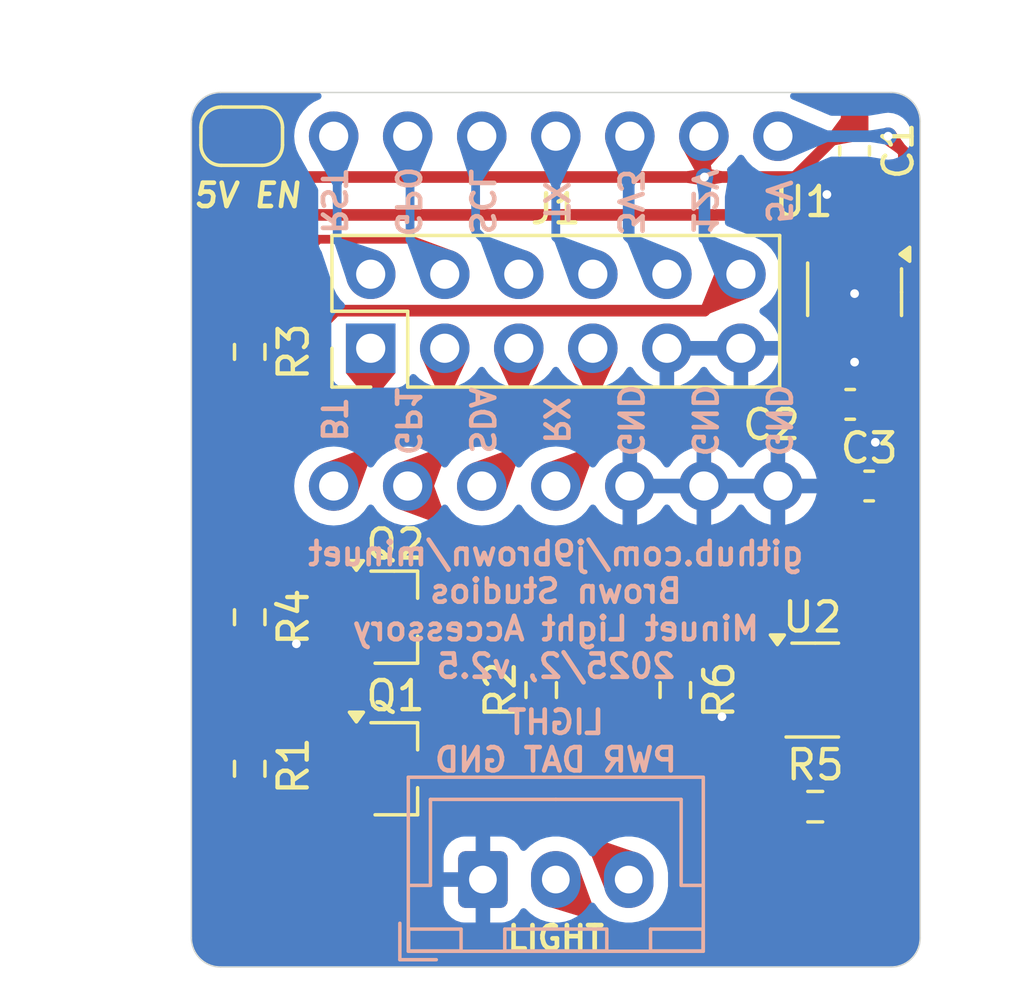
<source format=kicad_pcb>
(kicad_pcb (version 20240108) (generator "pcbnew") (generator_version "8.0")
  (layers (0 "F.Cu" signal) (31 "B.Cu" signal) (34 "B.Paste" user) (35 "F.Paste" user) (36 "B.SilkS" user "B.Silkscreen") (37 "F.SilkS" user "F.Silkscreen") (38 "B.Mask" user) (39 "F.Mask" user) (44 "Edge.Cuts" user))
  (net 0 "")
  (net 1 "+12V")
  (net 2 "GND")
  (net 3 "+5V")
  (net 4 "UART_RXD")
  (net 5 "RESET")
  (net 6 "+3.3V")
  (net 7 "SDA")
  (net 8 "GPIO1")
  (net 9 "SCL")
  (net 10 "UART_TXD")
  (net 11 "BOOT")
  (net 12 "GPIO0")
  (net 13 "Net-(U1-BP)")
  (net 14 "/LOAD")
  (net 15 "Net-(Q1-G)")
  (net 16 "Net-(Q2-B)")
  (net 17 "/DATA")
  (net 18 "Net-(Q2-C)")
  (net 19 "Net-(R5-Pad2)")
  (net 21 "Net-(JP1-A)")
  (footprint "Package_TO_SOT_SMD:SOT-23_Handsoldering" (layer "F.Cu") (at 107 123.2)
    (property "Reference" "Q1" (at 0 -2.5 0) (layer "F.SilkS"))
    (property "Value" "DMG2301L")
    (fp_line (start -0.04 -1.58) (end -0.84 -1.58) (stroke (width 0.12)) (layer "F.SilkS"))
    (fp_line (start -0.04 -1.58) (end 0.76 -1.58) (stroke (width 0.12)) (layer "F.SilkS"))
    (fp_line (start 0.76 -1.58) (end 0.76 -0.65) (stroke (width 0.12)) (layer "F.SilkS"))
    (fp_line (start 0.76 1.58) (end -0.7 1.58) (stroke (width 0.12)) (layer "F.SilkS"))
    (fp_line (start 0.76 1.58) (end 0.76 0.65) (stroke (width 0.12)) (layer "F.SilkS"))
    (fp_poly (pts (xy -1.34 -1.61) (xy -1.58 -1.94) (xy -1.1 -1.94) (xy -1.34 -1.61)) (stroke (width 0.12)) (fill solid) (layer "F.SilkS"))
    (pad "1" smd roundrect (at -1.5 -0.95) (size 1.9 0.8) (layers "F.Cu" "F.Paste" "F.Mask") (net 15 "Net-(Q1-G)"))
    (pad "2" smd roundrect (at -1.5 0.95) (size 1.9 0.8) (layers "F.Cu" "F.Paste" "F.Mask") (net 1 "+12V"))
    (pad "3" smd roundrect (at 1.5 0) (size 1.9 0.8) (layers "F.Cu" "F.Paste" "F.Mask") (net 14 "/LOAD"))
  )
  (footprint "Connector_PinHeader_2.54mm:PinHeader_2x06_P2.54mm_Vertical" (layer "F.Cu") (at 106.15 108.775 90)
    (property "Reference" "J1" (at 4.775 6.35 180) (layer "F.SilkS"))
    (property "Value" "PH2-12-UA")
    (fp_line (start 3.87 -1.33) (end 3.87 14.03) (stroke (width 0.12)) (layer "F.SilkS"))
    (fp_line (start 1.27 -1.33) (end 3.87 -1.33) (stroke (width 0.12)) (layer "F.SilkS"))
    (fp_line (start -1.33 -1.33) (end 0 -1.33) (stroke (width 0.12)) (layer "F.SilkS"))
    (fp_line (start -1.33 0) (end -1.33 -1.33) (stroke (width 0.12)) (layer "F.SilkS"))
    (fp_line (start 1.27 1.27) (end 1.27 -1.33) (stroke (width 0.12)) (layer "F.SilkS"))
    (fp_line (start -1.33 1.27) (end 1.27 1.27) (stroke (width 0.12)) (layer "F.SilkS"))
    (fp_line (start -1.33 1.27) (end -1.33 14.03) (stroke (width 0.12)) (layer "F.SilkS"))
    (fp_line (start -1.33 14.03) (end 3.87 14.03) (stroke (width 0.12)) (layer "F.SilkS"))
    (pad "1" thru_hole rect (at 0 0 90) (size 1.7 1.7) (drill 1) (layers "*.Cu" "*.Mask") (net 11 "BOOT"))
    (pad "2" thru_hole oval (at 2.54 0 90) (size 1.7 1.7) (drill 1) (layers "*.Cu" "*.Mask") (net 5 "RESET"))
    (pad "3" thru_hole oval (at 0 2.54 90) (size 1.7 1.7) (drill 1) (layers "*.Cu" "*.Mask") (net 8 "GPIO1"))
    (pad "4" thru_hole oval (at 2.54 2.54 90) (size 1.7 1.7) (drill 1) (layers "*.Cu" "*.Mask") (net 12 "GPIO0"))
    (pad "5" thru_hole oval (at 0 5.08 90) (size 1.7 1.7) (drill 1) (layers "*.Cu" "*.Mask") (net 7 "SDA"))
    (pad "6" thru_hole oval (at 2.54 5.08 90) (size 1.7 1.7) (drill 1) (layers "*.Cu" "*.Mask") (net 9 "SCL"))
    (pad "7" thru_hole oval (at 0 7.62 90) (size 1.7 1.7) (drill 1) (layers "*.Cu" "*.Mask") (net 4 "UART_RXD"))
    (pad "8" thru_hole oval (at 2.54 7.62 90) (size 1.7 1.7) (drill 1) (layers "*.Cu" "*.Mask") (net 10 "UART_TXD"))
    (pad "9" thru_hole oval (at 0 10.16 90) (size 1.7 1.7) (drill 1) (layers "*.Cu" "*.Mask") (net 2 "GND"))
    (pad "10" thru_hole oval (at 2.54 10.16 90) (size 1.7 1.7) (drill 1) (layers "*.Cu" "*.Mask") (net 6 "+3.3V"))
    (pad "11" thru_hole oval (at 0 12.7 90) (size 1.7 1.7) (drill 1) (layers "*.Cu" "*.Mask") (net 2 "GND"))
    (pad "12" thru_hole oval (at 2.54 12.7 90) (size 1.7 1.7) (drill 1) (layers "*.Cu" "*.Mask") (net 1 "+12V"))
  )
  (footprint "Resistor_SMD:R_0603_1608Metric_Pad0.98x0.95mm_HandSolder" (layer "F.Cu") (at 116.6 120.5 90)
    (property "Reference" "R6" (at 0 1.5 90) (layer "F.SilkS"))
    (property "Value" "100K")
    (fp_line (start -0.254724 -0.5225) (end 0.254724 -0.5225) (stroke (width 0.12)) (layer "F.SilkS"))
    (fp_line (start -0.254724 0.5225) (end 0.254724 0.5225) (stroke (width 0.12)) (layer "F.SilkS"))
    (pad "1" smd roundrect (at -0.9125 0 90) (size 0.975 0.95) (layers "F.Cu" "F.Paste" "F.Mask") (net 2 "GND"))
    (pad "2" smd roundrect (at 0.9125 0 90) (size 0.975 0.95) (layers "F.Cu" "F.Paste" "F.Mask") (net 8 "GPIO1"))
  )
  (footprint "Package_TO_SOT_SMD:SOT-23-5_HandSoldering" (layer "F.Cu") (at 121.3 120.5)
    (property "Reference" "U2" (at 0 -2.5 0) (layer "F.SilkS"))
    (property "Value" "SN74LVC1G17DBVR")
    (fp_line (start -0.9 1.61) (end 0.9 1.61) (stroke (width 0.12)) (layer "F.SilkS"))
    (fp_line (start 0.1 -1.61) (end -0.7 -1.61) (stroke (width 0.12)) (layer "F.SilkS"))
    (fp_line (start 0.1 -1.61) (end 0.9 -1.61) (stroke (width 0.12)) (layer "F.SilkS"))
    (fp_poly (pts (xy -1.2 -1.56) (xy -1.44 -1.89) (xy -0.96 -1.89) (xy -1.2 -1.56)) (stroke (width 0.12)) (fill solid) (layer "F.SilkS"))
    (pad "1" smd roundrect (at -1.35 -0.95) (size 1.56 0.65) (layers "F.Cu" "F.Paste" "F.Mask"))
    (pad "2" smd roundrect (at -1.35 0) (size 1.56 0.65) (layers "F.Cu" "F.Paste" "F.Mask") (net 8 "GPIO1"))
    (pad "3" smd roundrect (at -1.35 0.95) (size 1.56 0.65) (layers "F.Cu" "F.Paste" "F.Mask") (net 2 "GND"))
    (pad "4" smd roundrect (at 1.35 0.95) (size 1.56 0.65) (layers "F.Cu" "F.Paste" "F.Mask") (net 19 "Net-(R5-Pad2)"))
    (pad "5" smd roundrect (at 1.35 -0.95) (size 1.56 0.65) (layers "F.Cu" "F.Paste" "F.Mask") (net 3 "+5V"))
  )
  (footprint "Jumper:SolderJumper-2_P1.3mm_Bridged_RoundedPad1.0x1.5mm" (layer "F.Cu") (at 101.724999 101.5)
    (property "Reference" "JP1" (hide yes))
    (property "Value" "SolderJumper_2_Open")
    (fp_poly (pts (xy 0.25 -0.3) (xy -0.25 -0.3) (xy -0.25 0.3) (xy 0.25 0.3)) (fill solid) (layer "F.Cu"))
    (fp_line (start -1.4 0.3) (end -1.4 -0.3) (stroke (width 0.12)) (layer "F.SilkS"))
    (fp_line (start -0.7 -1) (end 0.7 -1) (stroke (width 0.12)) (layer "F.SilkS"))
    (fp_line (start 0.7 1) (end -0.7 1) (stroke (width 0.12)) (layer "F.SilkS"))
    (fp_line (start 1.4 -0.3) (end 1.4 0.3) (stroke (width 0.12)) (layer "F.SilkS"))
    (fp_arc (start -1.4 -0.3) (mid -1.194975 -0.794975) (end -0.7 -1) (stroke (width 0.12)) (layer "F.SilkS"))
    (fp_arc (start -0.7 1) (mid -1.194975 0.794975) (end -1.4 0.3) (stroke (width 0.12)) (layer "F.SilkS"))
    (fp_arc (start 0.7 -1) (mid 1.194975 -0.794975) (end 1.4 -0.3) (stroke (width 0.12)) (layer "F.SilkS"))
    (fp_arc (start 1.4 0.3) (mid 1.194975 0.794975) (end 0.7 1) (stroke (width 0.12)) (layer "F.SilkS"))
    (pad "1" smd custom (at -0.65 0) (size 1 0.5) (layers "F.Cu" "F.Mask") (net 21 "Net-(JP1-A)") (options (clearance outline) (anchor rect)) (primitives (gr_circle (center 0 0.25) (end 0.5 0.25) (width 0) (fill yes)) (gr_circle (center 0 -0.25) (end 0.5 -0.25) (width 0) (fill yes)) (gr_poly (pts (xy 0.5 0.75) (xy 0 0.75) (xy 0 -0.75) (xy 0.5 -0.75)) (width 0) (fill yes))))
    (pad "2" smd custom (at 0.65 0) (size 1 0.5) (layers "F.Cu" "F.Mask") (net 1 "+12V") (options (clearance outline) (anchor rect)) (primitives (gr_circle (center 0 0.25) (end 0.5 0.25) (width 0) (fill yes)) (gr_circle (center 0 -0.25) (end 0.5 -0.25) (width 0) (fill yes)) (gr_poly (pts (xy 0 0.75) (xy -0.5 0.75) (xy -0.5 -0.75) (xy 0 -0.75)) (width 0) (fill yes))))
  )
  (footprint "Capacitor_SMD:C_0603_1608Metric_Pad1.08x0.95mm_HandSolder" (layer "F.Cu") (at 123.25 113.5)
    (property "Reference" "C3" (at 0 -1.3 0) (layer "F.SilkS"))
    (property "Value" "2.2u")
    (fp_line (start -0.146267 -0.51) (end 0.146267 -0.51) (stroke (width 0.12)) (layer "F.SilkS"))
    (fp_line (start -0.146267 0.51) (end 0.146267 0.51) (stroke (width 0.12)) (layer "F.SilkS"))
    (pad "1" smd roundrect (at -0.8625 0) (size 1.075 0.95) (layers "F.Cu" "F.Paste" "F.Mask") (net 2 "GND"))
    (pad "2" smd roundrect (at 0.8625 0) (size 1.075 0.95) (layers "F.Cu" "F.Paste" "F.Mask") (net 3 "+5V"))
  )
  (footprint "Resistor_SMD:R_0603_1608Metric_Pad0.98x0.95mm_HandSolder" (layer "F.Cu") (at 102 123.2 90)
    (property "Reference" "R1" (at 0.1 1.5 90) (layer "F.SilkS"))
    (property "Value" "10K")
    (fp_line (start -0.254724 -0.5225) (end 0.254724 -0.5225) (stroke (width 0.12)) (layer "F.SilkS"))
    (fp_line (start -0.254724 0.5225) (end 0.254724 0.5225) (stroke (width 0.12)) (layer "F.SilkS"))
    (pad "1" smd roundrect (at -0.9125 0 90) (size 0.975 0.95) (layers "F.Cu" "F.Paste" "F.Mask") (net 1 "+12V"))
    (pad "2" smd roundrect (at 0.9125 0 90) (size 0.975 0.95) (layers "F.Cu" "F.Paste" "F.Mask") (net 15 "Net-(Q1-G)"))
  )
  (footprint "Capacitor_SMD:C_0603_1608Metric_Pad1.08x0.95mm_HandSolder" (layer "F.Cu") (at 122.6 110.7 180)
    (property "Reference" "C2" (at 2.7 -0.7 0) (layer "F.SilkS"))
    (property "Value" "10n")
    (fp_line (start -0.146267 0.51) (end 0.146267 0.51) (stroke (width 0.12)) (layer "F.SilkS"))
    (fp_line (start -0.146267 -0.51) (end 0.146267 -0.51) (stroke (width 0.12)) (layer "F.SilkS"))
    (pad "1" smd roundrect (at -0.8625 0 180) (size 1.075 0.95) (layers "F.Cu" "F.Paste" "F.Mask") (net 2 "GND"))
    (pad "2" smd roundrect (at 0.8625 0 180) (size 1.075 0.95) (layers "F.Cu" "F.Paste" "F.Mask") (net 13 "Net-(U1-BP)"))
  )
  (footprint "Package_TO_SOT_SMD:SOT-23-5_HandSoldering" (layer "F.Cu") (at 122.75 106.75 -90)
    (property "Reference" "U1" (at -3 1.75 180) (layer "F.SilkS"))
    (property "Value" "LP2985-50DBVR")
    (fp_line (start -0.9 1.61) (end 0.9 1.61) (stroke (width 0.12)) (layer "F.SilkS"))
    (fp_line (start 0.1 -1.61) (end -0.7 -1.61) (stroke (width 0.12)) (layer "F.SilkS"))
    (fp_line (start 0.1 -1.61) (end 0.9 -1.61) (stroke (width 0.12)) (layer "F.SilkS"))
    (fp_poly (pts (xy -1.2 -1.56) (xy -1.44 -1.89) (xy -0.96 -1.89) (xy -1.2 -1.56)) (stroke (width 0.12)) (fill solid) (layer "F.SilkS"))
    (pad "1" smd roundrect (at -1.35 -0.95 270) (size 1.56 0.65) (layers "F.Cu" "F.Paste" "F.Mask") (net 21 "Net-(JP1-A)"))
    (pad "2" smd roundrect (at -1.35 0 270) (size 1.56 0.65) (layers "F.Cu" "F.Paste" "F.Mask") (net 2 "GND"))
    (pad "3" smd roundrect (at -1.35 0.95 270) (size 1.56 0.65) (layers "F.Cu" "F.Paste" "F.Mask") (net 21 "Net-(JP1-A)"))
    (pad "4" smd roundrect (at 1.35 0.95 270) (size 1.56 0.65) (layers "F.Cu" "F.Paste" "F.Mask") (net 13 "Net-(U1-BP)"))
    (pad "5" smd roundrect (at 1.35 -0.95 270) (size 1.56 0.65) (layers "F.Cu" "F.Paste" "F.Mask") (net 3 "+5V"))
  )
  (footprint "Package_TO_SOT_SMD:SOT-23_Handsoldering" (layer "F.Cu") (at 107 118)
    (property "Reference" "Q2" (at 0 -2.5 0) (layer "F.SilkS"))
    (property "Value" "MMBT3904")
    (fp_line (start -0.04 -1.58) (end -0.84 -1.58) (stroke (width 0.12)) (layer "F.SilkS"))
    (fp_line (start -0.04 -1.58) (end 0.76 -1.58) (stroke (width 0.12)) (layer "F.SilkS"))
    (fp_line (start 0.76 -1.58) (end 0.76 -0.65) (stroke (width 0.12)) (layer "F.SilkS"))
    (fp_line (start 0.76 1.58) (end -0.7 1.58) (stroke (width 0.12)) (layer "F.SilkS"))
    (fp_line (start 0.76 1.58) (end 0.76 0.65) (stroke (width 0.12)) (layer "F.SilkS"))
    (fp_poly (pts (xy -1.34 -1.61) (xy -1.58 -1.94) (xy -1.1 -1.94) (xy -1.34 -1.61)) (stroke (width 0.12)) (fill solid) (layer "F.SilkS"))
    (pad "1" smd roundrect (at -1.5 -0.95) (size 1.9 0.8) (layers "F.Cu" "F.Paste" "F.Mask") (net 16 "Net-(Q2-B)"))
    (pad "2" smd roundrect (at -1.5 0.95) (size 1.9 0.8) (layers "F.Cu" "F.Paste" "F.Mask") (net 2 "GND"))
    (pad "3" smd roundrect (at 1.5 0) (size 1.9 0.8) (layers "F.Cu" "F.Paste" "F.Mask") (net 18 "Net-(Q2-C)"))
  )
  (footprint "Resistor_SMD:R_0603_1608Metric_Pad0.98x0.95mm_HandSolder" (layer "F.Cu") (at 102 108.9 90)
    (property "Reference" "R3" (at 0 1.5 90) (layer "F.SilkS"))
    (property "Value" "1K")
    (fp_line (start -0.254724 -0.5225) (end 0.254724 -0.5225) (stroke (width 0.12)) (layer "F.SilkS"))
    (fp_line (start -0.254724 0.5225) (end 0.254724 0.5225) (stroke (width 0.12)) (layer "F.SilkS"))
    (pad "1" smd roundrect (at -0.9125 0 90) (size 0.975 0.95) (layers "F.Cu" "F.Paste" "F.Mask") (net 16 "Net-(Q2-B)"))
    (pad "2" smd roundrect (at 0.9125 0 90) (size 0.975 0.95) (layers "F.Cu" "F.Paste" "F.Mask") (net 12 "GPIO0"))
  )
  (footprint "Resistor_SMD:R_0603_1608Metric_Pad0.98x0.95mm_HandSolder" (layer "F.Cu") (at 102 118 90)
    (property "Reference" "R4" (at 0 1.5 90) (layer "F.SilkS"))
    (property "Value" "100K")
    (fp_line (start -0.254724 -0.5225) (end 0.254724 -0.5225) (stroke (width 0.12)) (layer "F.SilkS"))
    (fp_line (start -0.254724 0.5225) (end 0.254724 0.5225) (stroke (width 0.12)) (layer "F.SilkS"))
    (pad "1" smd roundrect (at -0.9125 0 90) (size 0.975 0.95) (layers "F.Cu" "F.Paste" "F.Mask") (net 2 "GND"))
    (pad "2" smd roundrect (at 0.9125 0 90) (size 0.975 0.95) (layers "F.Cu" "F.Paste" "F.Mask") (net 16 "Net-(Q2-B)"))
  )
  (footprint "Capacitor_SMD:C_0603_1608Metric_Pad1.08x0.95mm_HandSolder" (layer "F.Cu") (at 122.75 102 -90)
    (property "Reference" "C1" (at 0 -1.5 90) (layer "F.SilkS"))
    (property "Value" "1u")
    (fp_line (start -0.146267 0.51) (end 0.146267 0.51) (stroke (width 0.12)) (layer "F.SilkS"))
    (fp_line (start -0.146267 -0.51) (end 0.146267 -0.51) (stroke (width 0.12)) (layer "F.SilkS"))
    (pad "1" smd roundrect (at -0.8625 0 270) (size 1.075 0.95) (layers "F.Cu" "F.Paste" "F.Mask") (net 1 "+12V"))
    (pad "2" smd roundrect (at 0.8625 0 270) (size 1.075 0.95) (layers "F.Cu" "F.Paste" "F.Mask") (net 2 "GND"))
  )
  (footprint "Resistor_SMD:R_0603_1608Metric_Pad0.98x0.95mm_HandSolder" (layer "F.Cu") (at 112 120.5 -90)
    (property "Reference" "R2" (at 0 1.4 90) (layer "F.SilkS"))
    (property "Value" "10K")
    (fp_line (start -0.254724 0.5225) (end 0.254724 0.5225) (stroke (width 0.12)) (layer "F.SilkS"))
    (fp_line (start -0.254724 -0.5225) (end 0.254724 -0.5225) (stroke (width 0.12)) (layer "F.SilkS"))
    (pad "1" smd roundrect (at -0.9125 0 270) (size 0.975 0.95) (layers "F.Cu" "F.Paste" "F.Mask") (net 18 "Net-(Q2-C)"))
    (pad "2" smd roundrect (at 0.9125 0 270) (size 0.975 0.95) (layers "F.Cu" "F.Paste" "F.Mask") (net 15 "Net-(Q1-G)"))
  )
  (footprint "Resistor_SMD:R_0603_1608Metric_Pad0.98x0.95mm_HandSolder" (layer "F.Cu") (at 121.4 124.5)
    (property "Reference" "R5" (at 0 -1.43 0) (layer "F.SilkS"))
    (property "Value" "33")
    (fp_line (start -0.254724 -0.5225) (end 0.254724 -0.5225) (stroke (width 0.12)) (layer "F.SilkS"))
    (fp_line (start -0.254724 0.5225) (end 0.254724 0.5225) (stroke (width 0.12)) (layer "F.SilkS"))
    (pad "1" smd roundrect (at -0.9125 0) (size 0.975 0.95) (layers "F.Cu" "F.Paste" "F.Mask") (net 17 "/DATA"))
    (pad "2" smd roundrect (at 0.9125 0) (size 0.975 0.95) (layers "F.Cu" "F.Paste" "F.Mask") (net 19 "Net-(R5-Pad2)"))
  )
  (footprint "Generic:Pins_1x07" (layer "B.Cu") (at 104.88 113.5 -90)
    (property "Reference" "J2" (hide yes))
    (property "Value" "Conn_01x07")
    (pad "1" thru_hole circle (at 0 0 270) (size 1.7 1.7) (drill 1) (layers "*.Cu" "*.Mask") (net 11 "BOOT"))
    (pad "2" thru_hole oval (at 0 -2.54 270) (size 1.7 1.7) (drill 1) (layers "*.Cu" "*.Mask") (net 8 "GPIO1"))
    (pad "3" thru_hole oval (at 0 -5.079999 270) (size 1.7 1.7) (drill 1) (layers "*.Cu" "*.Mask") (net 7 "SDA"))
    (pad "4" thru_hole oval (at 0 -7.62 270) (size 1.7 1.7) (drill 1) (layers "*.Cu" "*.Mask") (net 4 "UART_RXD"))
    (pad "5" thru_hole oval (at 0 -10.16 270) (size 1.7 1.7) (drill 1) (layers "*.Cu" "*.Mask") (net 2 "GND"))
    (pad "6" thru_hole oval (at 0 -12.7 270) (size 1.7 1.7) (drill 1) (layers "*.Cu" "*.Mask") (net 2 "GND"))
    (pad "7" thru_hole oval (at 0 -15.24 270) (size 1.7 1.7) (drill 1) (layers "*.Cu" "*.Mask") (net 2 "GND"))
  )
  (footprint "Connector_JST:JST_XH_B3B-XH-A_1x03_P2.50mm_Vertical" (layer "B.Cu") (at 110 127)
    (property "Reference" "J4" (hide yes))
    (property "Value" "B3B-XH-A")
    (fp_line (start -2.85 1.5) (end -2.85 2.75) (stroke (width 0.12)) (layer "B.SilkS"))
    (fp_line (start -2.85 2.75) (end -1.6 2.75) (stroke (width 0.12)) (layer "B.SilkS"))
    (fp_line (start -2.56 -3.51) (end -2.56 2.46) (stroke (width 0.12)) (layer "B.SilkS"))
    (fp_line (start -2.56 2.46) (end 7.56 2.46) (stroke (width 0.12)) (layer "B.SilkS"))
    (fp_line (start -2.55 1.7) (end -2.55 2.45) (stroke (width 0.12)) (layer "B.SilkS"))
    (fp_line (start -2.55 2.45) (end -0.75 2.45) (stroke (width 0.12)) (layer "B.SilkS"))
    (fp_line (start -1.8 -2.75) (end -1.8 0.2) (stroke (width 0.12)) (layer "B.SilkS"))
    (fp_line (start -1.8 0.2) (end -2.55 0.2) (stroke (width 0.12)) (layer "B.SilkS"))
    (fp_line (start -0.75 1.7) (end -2.55 1.7) (stroke (width 0.12)) (layer "B.SilkS"))
    (fp_line (start -0.75 2.45) (end -0.75 1.7) (stroke (width 0.12)) (layer "B.SilkS"))
    (fp_line (start 0.75 1.7) (end 0.75 2.45) (stroke (width 0.12)) (layer "B.SilkS"))
    (fp_line (start 0.75 2.45) (end 4.25 2.45) (stroke (width 0.12)) (layer "B.SilkS"))
    (fp_line (start 2.5 -2.75) (end -1.8 -2.75) (stroke (width 0.12)) (layer "B.SilkS"))
    (fp_line (start 2.5 -2.75) (end 6.8 -2.75) (stroke (width 0.12)) (layer "B.SilkS"))
    (fp_line (start 4.25 1.7) (end 0.75 1.7) (stroke (width 0.12)) (layer "B.SilkS"))
    (fp_line (start 4.25 2.45) (end 4.25 1.7) (stroke (width 0.12)) (layer "B.SilkS"))
    (fp_line (start 5.75 1.7) (end 5.75 2.45) (stroke (width 0.12)) (layer "B.SilkS"))
    (fp_line (start 5.75 2.45) (end 7.55 2.45) (stroke (width 0.12)) (layer "B.SilkS"))
    (fp_line (start 6.8 -2.75) (end 6.8 0.2) (stroke (width 0.12)) (layer "B.SilkS"))
    (fp_line (start 6.8 0.2) (end 7.55 0.2) (stroke (width 0.12)) (layer "B.SilkS"))
    (fp_line (start 7.55 1.7) (end 5.75 1.7) (stroke (width 0.12)) (layer "B.SilkS"))
    (fp_line (start 7.55 2.45) (end 7.55 1.7) (stroke (width 0.12)) (layer "B.SilkS"))
    (fp_line (start 7.56 -3.51) (end -2.56 -3.51) (stroke (width 0.12)) (layer "B.SilkS"))
    (fp_line (start 7.56 2.46) (end 7.56 -3.51) (stroke (width 0.12)) (layer "B.SilkS"))
    (pad "1" thru_hole roundrect (at 0 0) (size 1.7 1.95) (drill 0.95) (layers "*.Cu" "*.Mask") (roundrect_rratio 0.147059) (net 2 "GND"))
    (pad "2" thru_hole oval (at 2.5 0) (size 1.7 1.95) (drill 0.95) (layers "*.Cu" "*.Mask") (net 17 "/DATA"))
    (pad "3" thru_hole oval (at 5 0) (size 1.7 1.95) (drill 0.95) (layers "*.Cu" "*.Mask") (net 14 "/LOAD"))
  )
  (footprint "Generic:Pins_1x07" (layer "B.Cu") (at 104.88 101.5 -90)
    (property "Reference" "J3" (hide yes))
    (property "Value" "Conn_01x07")
    (pad "1" thru_hole circle (at 0 0 270) (size 1.7 1.7) (drill 1) (layers "*.Cu" "*.Mask") (net 5 "RESET"))
    (pad "2" thru_hole oval (at 0 -2.54 270) (size 1.7 1.7) (drill 1) (layers "*.Cu" "*.Mask") (net 12 "GPIO0"))
    (pad "3" thru_hole oval (at 0 -5.079999 270) (size 1.7 1.7) (drill 1) (layers "*.Cu" "*.Mask") (net 9 "SCL"))
    (pad "4" thru_hole oval (at 0 -7.62 270) (size 1.7 1.7) (drill 1) (layers "*.Cu" "*.Mask") (net 10 "UART_TXD"))
    (pad "5" thru_hole oval (at 0 -10.16 270) (size 1.7 1.7) (drill 1) (layers "*.Cu" "*.Mask") (net 6 "+3.3V"))
    (pad "6" thru_hole oval (at 0 -12.7 270) (size 1.7 1.7) (drill 1) (layers "*.Cu" "*.Mask") (net 1 "+12V"))
    (pad "7" thru_hole oval (at 0 -15.24 270) (size 1.7 1.7) (drill 1) (layers "*.Cu" "*.Mask") (net 3 "+5V"))
  )
  (gr_arc (start 125 129) (mid 124.707107 129.707107) (end 124 130) (stroke (width 0.05)) (layer "Edge.Cuts"))
  (gr_arc (start 101 130) (mid 100.292893 129.707107) (end 100 129) (stroke (width 0.05)) (layer "Edge.Cuts"))
  (gr_arc (start 124 100) (mid 124.707107 100.292893) (end 125 101) (stroke (width 0.05)) (layer "Edge.Cuts"))
  (gr_line (start 100 129) (end 100 101) (stroke (width 0.05)) (layer "Edge.Cuts"))
  (gr_line (start 124 130) (end 101 130) (stroke (width 0.05)) (layer "Edge.Cuts"))
  (gr_arc (start 100 101) (mid 100.292893 100.292893) (end 101 100) (stroke (width 0.05)) (layer "Edge.Cuts"))
  (gr_line (start 101 100) (end 124 100) (stroke (width 0.05)) (layer "Edge.Cuts"))
  (gr_line (start 125 101) (end 125 129) (stroke (width 0.05)) (layer "Edge.Cuts"))
  (gr_text "github.com/j9brown/minuet\nBrown Studios\nMinuet Light Accessory\n2025/2, v2.5" (at 112.5 117.75 0) (layer "B.SilkS") (effects (font (size 0.8 0.8) (thickness 0.16) (bold yes)) (justify mirror)))
  (gr_text "GND\n\nGND\n\nGND\n\nRX\n\nSDA\n\nGP1\n\nBT" (at 112.5 111.25 270) (layer "B.SilkS") (effects (font (size 0.79 0.8) (thickness 0.158) (bold yes)) (justify mirror)))
  (gr_text "5V\n\n12V\n\n3V3\n\nTX\n\nSCL\n\nGP0\n\nRST" (at 112.5 103.75 270) (layer "B.SilkS") (effects (font (size 0.79 0.8) (thickness 0.158) (bold yes)) (justify mirror)))
  (gr_text "LIGHT\nPWR DAT GND" (at 112.5 122.25 0) (layer "B.SilkS") (effects (font (size 0.8 0.8) (thickness 0.16) (bold yes)) (justify mirror)))
  (gr_text "LIGHT" (at 112.5 129 0) (layer "F.SilkS") (effects (font (size 0.8 0.8) (thickness 0.16) (bold yes))))
  (gr_text "5V EN" (at 100 104 0) (layer "F.SilkS") (effects (font (size 0.8 0.8) (thickness 0.16) (bold yes) (italic yes)) (justify left bottom)))
  (segment (start 117.58 101.5) (end 117.58 102.9) (width 0.4) (layer "F.Cu") (net 1))
  (segment (start 101.491858 108.875) (end 103.55 108.875) (width 0.4) (layer "F.Cu") (net 1))
  (segment (start 117.6 107.485) (end 118.85 106.235) (width 0.4) (layer "F.Cu") (net 1))
  (segment (start 102 124.1125) (end 105.4625 124.1125) (width 0.4) (layer "F.Cu") (net 1))
  (segment (start 100.7 122.8125) (end 100.7 109.666858) (width 0.4) (layer "F.Cu") (net 1))
  (segment (start 103.55 108.875) (end 104.94 107.485) (width 0.4) (layer "F.Cu") (net 1))
  (segment (start 102.374999 101.5) (end 102.374999 102.374999) (width 0.4) (layer "F.Cu") (net 1))
  (segment (start 102.9 102.9) (end 117.58 102.9) (width 0.4) (layer "F.Cu") (net 1))
  (segment (start 102.374999 102.374999) (end 102.9 102.9) (width 0.4) (layer "F.Cu") (net 1))
  (segment (start 100.7 109.666858) (end 101.491858 108.875) (width 0.4) (layer "F.Cu") (net 1))
  (segment (start 117.6 102.9) (end 117.58 102.9) (width 0.4) (layer "F.Cu") (net 1))
  (segment (start 122.75 101.1375) (end 122.46875 101.1375) (width 0.4) (layer "F.Cu") (net 1))
  (segment (start 120.70625 102.9) (end 117.6 102.9) (width 0.4) (layer "F.Cu") (net 1))
  (segment (start 102 124.1125) (end 100.7 122.8125) (width 0.4) (layer "F.Cu") (net 1))
  (segment (start 122.46875 101.1375) (end 120.70625 102.9) (width 0.4) (layer "F.Cu") (net 1))
  (segment (start 104.94 107.485) (end 117.6 107.485) (width 0.4) (layer "F.Cu") (net 1))
  (via (at 117.6 102.9) (size 0.6) (drill 0.3) (layers "F.Cu" "B.Cu") (net 1))
  (segment (start 117.6 102.9) (end 117.6 104.985) (width 0.4) (layer "B.Cu") (net 1))
  (segment (start 117.6 104.985) (end 118.85 106.235) (width 0.4) (layer "B.Cu") (net 1))
  (segment (start 102 118.9125) (end 103.6 118.9125) (width 0.4) (layer "F.Cu") (net 2))
  (segment (start 122.75 109.25) (end 122.75 106.9) (width 0.4) (layer "F.Cu") (net 2))
  (segment (start 103.6 118.9125) (end 105.4625 118.9125) (width 0.4) (layer "F.Cu") (net 2))
  (segment (start 122.75 109.9875) (end 123.4625 110.7) (width 0.4) (layer "F.Cu") (net 2))
  (segment (start 118.2 121.4125) (end 119.9125 121.4125) (width 0.4) (layer "F.Cu") (net 2))
  (segment (start 122.75 109.25) (end 122.75 109.9875) (width 0.4) (layer "F.Cu") (net 2))
  (segment (start 123.4625 112) (end 123.4625 112.425) (width 0.4) (layer "F.Cu") (net 2))
  (segment (start 122.75 102.8625) (end 122.4375 102.8625) (width 0.4) (layer "F.Cu") (net 2))
  (segment (start 122.4375 102.8625) (end 121.8 103.5) (width 0.4) (layer "F.Cu") (net 2))
  (segment (start 123.4625 112.425) (end 122.3875 113.5) (width 0.4) (layer "F.Cu") (net 2))
  (segment (start 123.4625 110.7) (end 123.4625 112) (width 0.4) (layer "F.Cu") (net 2))
  (segment (start 122.75 105.4) (end 122.75 106.9) (width 0.4) (layer "F.Cu") (net 2))
  (segment (start 116.6 121.4125) (end 118.2 121.4125) (width 0.4) (layer "F.Cu") (net 2))
  (via (at 103.6 118.9125) (size 0.6) (drill 0.3) (layers "F.Cu" "B.Cu") (net 2))
  (via (at 122.75 106.9) (size 0.6) (drill 0.3) (layers "F.Cu" "B.Cu") (net 2))
  (via (at 118.2 121.4125) (size 0.6) (drill 0.3) (layers "F.Cu" "B.Cu") (net 2))
  (via (at 122.75 109.25) (size 0.6) (drill 0.3) (layers "F.Cu" "B.Cu") (net 2))
  (via (at 123.4625 112) (size 0.6) (drill 0.3) (layers "F.Cu" "B.Cu") (net 2))
  (via (at 121.8 103.5) (size 0.6) (drill 0.3) (layers "F.Cu" "B.Cu") (net 2))
  (segment (start 124.44 108.1) (end 124.44 102.04001) (width 0.4) (layer "F.Cu") (net 3))
  (segment (start 122.65 119.55) (end 124.1125 118.0875) (width 0.4) (layer "F.Cu") (net 3))
  (segment (start 124.1125 118.0875) (end 124.1125 113.5) (width 0.4) (layer "F.Cu") (net 3))
  (segment (start 123.7 108.1) (end 124.44 108.1) (width 0.4) (layer "F.Cu") (net 3))
  (segment (start 124.44 113.1725) (end 124.1125 113.5) (width 0.4) (layer "F.Cu") (net 3))
  (segment (start 124.44 108.1) (end 124.44 113.1725) (width 0.4) (layer "F.Cu") (net 3))
  (segment (start 124.44 102.04001) (end 123.89999 101.5) (width 0.4) (layer "F.Cu") (net 3))
  (via (at 123.89999 101.5) (size 0.6) (drill 0.3) (layers "F.Cu" "B.Cu") (net 3))
  (segment (start 120.12 101.5) (end 123.89999 101.5) (width 0.4) (layer "B.Cu") (net 3))
  (segment (start 113.77 108.775) (end 113.77 112.23) (width 0.3) (layer "F.Cu") (net 4))
  (segment (start 113.77 112.23) (end 112.5 113.5) (width 0.3) (layer "F.Cu") (net 4))
  (segment (start 106.15 106.235) (end 105 105.085) (width 0.3) (layer "B.Cu") (net 5))
  (segment (start 105 105.085) (end 105 101.62) (width 0.3) (layer "B.Cu") (net 5))
  (segment (start 116.31 106.235) (end 115 104.925) (width 0.4) (layer "B.Cu") (net 6))
  (segment (start 115 104.925) (end 115 101.54) (width 0.4) (layer "B.Cu") (net 6))
  (segment (start 111.229999 108.775) (end 111.229999 112.23) (width 0.3) (layer "F.Cu") (net 7))
  (segment (start 111.229999 112.23) (end 109.959999 113.5) (width 0.3) (layer "F.Cu") (net 7))
  (segment (start 109.22 115.3) (end 112.3125 115.3) (width 0.3) (layer "F.Cu") (net 8))
  (segment (start 107.42 113.5) (end 109.22 115.3) (width 0.3) (layer "F.Cu") (net 8))
  (segment (start 108.69 108.775) (end 108.69 112.23) (width 0.3) (layer "F.Cu") (net 8))
  (segment (start 117.5125 120.5) (end 119.95 120.5) (width 0.3) (layer "F.Cu") (net 8))
  (segment (start 116.6 119.5875) (end 117.5125 120.5) (width 0.3) (layer "F.Cu") (net 8))
  (segment (start 112.3125 115.3) (end 116.6 119.5875) (width 0.3) (layer "F.Cu") (net 8))
  (segment (start 108.69 112.23) (end 107.42 113.5) (width 0.3) (layer "F.Cu") (net 8))
  (segment (start 111.23 106.235) (end 109.75 104.755) (width 0.3) (layer "B.Cu") (net 9))
  (segment (start 109.75 104.755) (end 109.75 101.709999) (width 0.3) (layer "B.Cu") (net 9))
  (segment (start 113.77 106.235) (end 112.5 104.965) (width 0.3) (layer "B.Cu") (net 10))
  (segment (start 112.5 104.965) (end 112.5 101.5) (width 0.3) (layer "B.Cu") (net 10))
  (segment (start 106.15 112.23) (end 104.88 113.5) (width 0.3) (layer "F.Cu") (net 11))
  (segment (start 106.15 108.775) (end 106.15 112.23) (width 0.3) (layer "F.Cu") (net 11))
  (segment (start 102 107.4) (end 102 107.9875) (width 0.3) (layer "F.Cu") (net 12))
  (segment (start 104.365 105.035) (end 102 107.4) (width 0.3) (layer "F.Cu") (net 12))
  (segment (start 108.69 106.235) (end 107.49 105.035) (width 0.3) (layer "F.Cu") (net 12))
  (segment (start 107.49 105.035) (end 104.365 105.035) (width 0.3) (layer "F.Cu") (net 12))
  (segment (start 108.69 106.235) (end 107.5 105.045) (width 0.3) (layer "B.Cu") (net 12))
  (segment (start 107.5 105.045) (end 107.5 101.58) (width 0.3) (layer "B.Cu") (net 12))
  (segment (start 121.8 108.1) (end 121.8 110.6375) (width 0.4) (layer "F.Cu") (net 13))
  (segment (start 115 127) (end 111.2 123.2) (width 0.4) (layer "F.Cu") (net 14))
  (segment (start 111.2 123.2) (end 108.5 123.2) (width 0.4) (layer "F.Cu") (net 14))
  (segment (start 106.3375 121.4125) (end 112 121.4125) (width 0.3) (layer "F.Cu") (net 15))
  (segment (start 102 122.2875) (end 105.4625 122.2875) (width 0.3) (layer "F.Cu") (net 15))
  (segment (start 105.5 122.25) (end 106.3375 121.4125) (width 0.3) (layer "F.Cu") (net 15))
  (segment (start 102 109.8125) (end 102 117.0875) (width 0.3) (layer "F.Cu") (net 16))
  (segment (start 102 117.0875) (end 105.4625 117.0875) (width 0.3) (layer "F.Cu") (net 16))
  (segment (start 112.5 127) (end 114.2 128.7) (width 0.3) (layer "F.Cu") (net 17))
  (segment (start 114.2 128.7) (end 115.9 128.7) (width 0.3) (layer "F.Cu") (net 17))
  (segment (start 120.4875 124.5) (end 120.1 124.5) (width 0.3) (layer "F.Cu") (net 17))
  (segment (start 120.1 124.5) (end 115.9 128.7) (width 0.3) (layer "F.Cu") (net 17))
  (segment (start 110.4125 118) (end 112 119.5875) (width 0.3) (layer "F.Cu") (net 18))
  (segment (start 108.5 118) (end 110.4125 118) (width 0.3) (layer "F.Cu") (net 18))
  (segment (start 122.65 121.45) (end 122.3125 121.7875) (width 0.3) (layer "F.Cu") (net 19))
  (segment (start 122.3125 121.7875) (end 122.3125 124.5) (width 0.3) (layer "F.Cu") (net 19))
  (segment (start 102.1 104.2) (end 121.8 104.2) (width 0.4) (layer "F.Cu") (net 21))
  (segment (start 123.7 105.4) (end 123.7 104.620001) (width 0.4) (layer "F.Cu") (net 21))
  (segment (start 123.279999 104.2) (end 121.8 104.2) (width 0.4) (layer "F.Cu") (net 21))
  (segment (start 121.8 105.4) (end 121.8 104.2) (width 0.4) (layer "F.Cu") (net 21))
  (segment (start 101.074999 101.5) (end 101.074999 103.174999) (width 0.4) (layer "F.Cu") (net 21))
  (segment (start 101.074999 103.174999) (end 102.1 104.2) (width 0.4) (layer "F.Cu") (net 21))
  (segment (start 123.7 104.620001) (end 123.279999 104.2) (width 0.4) (layer "F.Cu") (net 21))
  (zone (net 2) (net_name "GND") (layer "B.Cu") (name "GND") (connect_pads (clearance 0.5)) (min_thickness 0.25) (fill yes (thermal_gap 0.5) (thermal_bridge_width 0.5))
    (polygon (pts (xy 126 99) (xy 126 131) (xy 99 131) (xy 99 99)))
  )
)
</source>
